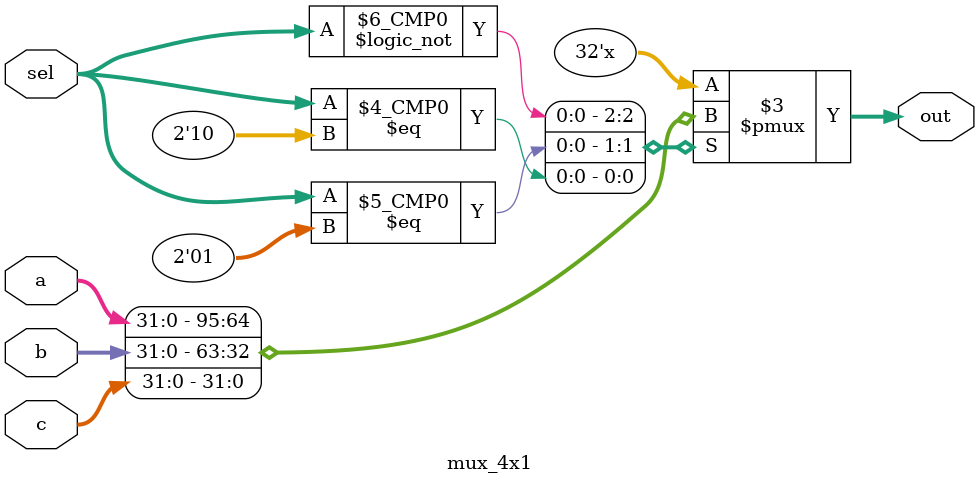
<source format=v>
`timescale 1ns / 1ps
module mux_4x1(a,b,c,sel,out);
input [31:0] a,b,c;
input [1:0] sel;
output reg [31:0] out;
always@(*)
begin
	case(sel)
		2'b00: out = a;		//input to alu will be operand from register file
		2'b01: out = b;		//input to alu will be data from memory_writeback latch
		2'b10: out = c;		//input to alu will be data from execution_memory latch
		default: out = 32'bx;	// if no forwarding is needed 
	endcase
end	
endmodule

</source>
